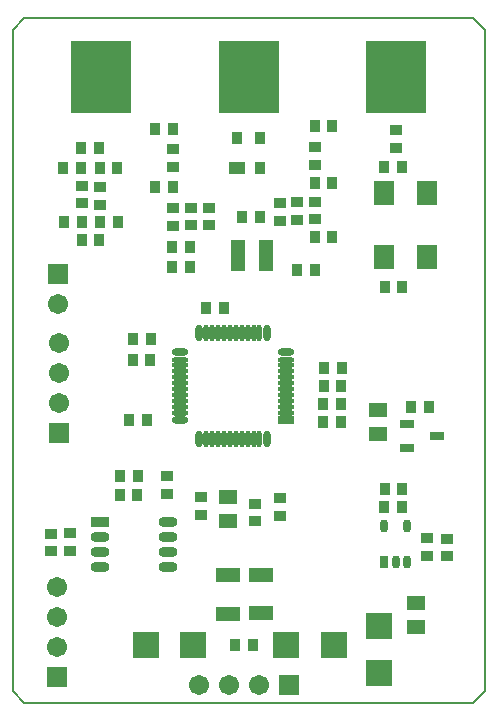
<source format=gts>
%FSLAX25Y25*%
%MOIN*%
G70*
G01*
G75*
G04 Layer_Color=8388736*
%ADD10R,0.05118X0.03937*%
%ADD11R,0.02756X0.03347*%
%ADD12R,0.04331X0.01700*%
%ADD13R,0.03347X0.02756*%
%ADD14R,0.03937X0.02362*%
%ADD15O,0.00984X0.04724*%
%ADD16O,0.04724X0.00984*%
%ADD17O,0.04724X0.01772*%
%ADD18O,0.01772X0.04724*%
%ADD19R,0.04724X0.01772*%
%ADD20R,0.06299X0.07087*%
%ADD21O,0.01969X0.03543*%
%ADD22R,0.01969X0.03543*%
%ADD23O,0.01969X0.03543*%
%ADD24R,0.07874X0.07874*%
%ADD25R,0.07874X0.07874*%
%ADD26R,0.07087X0.03937*%
%ADD27O,0.05500X0.02500*%
%ADD28R,0.05500X0.02500*%
%ADD29R,0.04724X0.03543*%
%ADD30R,0.02756X0.03543*%
%ADD31C,0.04000*%
%ADD32C,0.00800*%
%ADD33C,0.01500*%
%ADD34C,0.01000*%
%ADD35C,0.03000*%
%ADD36C,0.01200*%
%ADD37C,0.02000*%
%ADD38C,0.00500*%
%ADD39R,0.19685X0.23622*%
%ADD40C,0.05906*%
%ADD41R,0.05906X0.05906*%
%ADD42R,0.05906X0.05906*%
%ADD43C,0.02000*%
%ADD44C,0.03000*%
%ADD45C,0.00787*%
%ADD46R,0.05918X0.04737*%
%ADD47R,0.03556X0.04147*%
%ADD48R,0.05131X0.02500*%
%ADD49R,0.04147X0.03556*%
%ADD50R,0.04737X0.03162*%
%ADD51O,0.01784X0.05524*%
%ADD52O,0.05524X0.01784*%
%ADD53O,0.05524X0.02572*%
%ADD54O,0.02572X0.05524*%
%ADD55R,0.05524X0.02572*%
%ADD56R,0.07099X0.07887*%
%ADD57O,0.02769X0.04343*%
%ADD58R,0.02769X0.04343*%
%ADD59O,0.02769X0.04343*%
%ADD60R,0.08674X0.08674*%
%ADD61R,0.08674X0.08674*%
%ADD62R,0.07887X0.04737*%
%ADD63O,0.06300X0.03300*%
%ADD64R,0.06300X0.03300*%
%ADD65R,0.05524X0.04343*%
%ADD66R,0.03556X0.04343*%
%ADD67R,0.20485X0.24422*%
%ADD68C,0.06706*%
%ADD69R,0.06706X0.06706*%
%ADD70R,0.06706X0.06706*%
D38*
X251306Y-267900D02*
X255243Y-263963D01*
Y-43490D01*
X251306Y-39553D02*
X255243Y-43490D01*
X101700Y-39553D02*
X133800D01*
X133196D02*
X184000D01*
X182409D02*
X233600D01*
X231621D02*
X251306D01*
X97763Y-43490D02*
X101700Y-39553D01*
X97763Y-263963D02*
Y-43490D01*
Y-263963D02*
X101700Y-267900D01*
X251306D01*
X101700D02*
X251306D01*
X97763Y-263963D02*
X101700Y-267900D01*
X97763Y-263963D02*
Y-43490D01*
X101700Y-39553D01*
X231621D02*
X251306D01*
X182409D02*
X233600D01*
X133196D02*
X184000D01*
X101700D02*
X133800D01*
X251306D02*
X255243Y-43490D01*
Y-263963D02*
Y-43490D01*
X251306Y-267900D02*
X255243Y-263963D01*
D46*
X219400Y-170200D02*
D03*
Y-178074D02*
D03*
X232200Y-234626D02*
D03*
Y-242500D02*
D03*
X169500Y-207100D02*
D03*
Y-199226D02*
D03*
D47*
X227606Y-89200D02*
D03*
X221700D02*
D03*
X198500Y-123700D02*
D03*
X192595D02*
D03*
X198400Y-112600D02*
D03*
X204306D02*
D03*
X198400Y-94500D02*
D03*
X204306D02*
D03*
X198400Y-75600D02*
D03*
X204306D02*
D03*
X201294Y-174100D02*
D03*
X207200D02*
D03*
X201594Y-156200D02*
D03*
X207500D02*
D03*
X142506Y-173500D02*
D03*
X136600D02*
D03*
X180105Y-105800D02*
D03*
X174200D02*
D03*
X201395Y-162200D02*
D03*
X207300D02*
D03*
X207200Y-168100D02*
D03*
X201294D02*
D03*
X168100Y-136100D02*
D03*
X162195D02*
D03*
X126800Y-89635D02*
D03*
X132705D02*
D03*
X132905Y-107600D02*
D03*
X127000D02*
D03*
X126706Y-113600D02*
D03*
X120800D02*
D03*
X120700Y-83035D02*
D03*
X126605D02*
D03*
X114894Y-107400D02*
D03*
X120800D02*
D03*
X120600Y-89535D02*
D03*
X114694D02*
D03*
X151000Y-122635D02*
D03*
X156905D02*
D03*
X145294Y-76435D02*
D03*
X151200D02*
D03*
X145294Y-95735D02*
D03*
X151200D02*
D03*
X156905Y-115735D02*
D03*
X151000D02*
D03*
X227706Y-129200D02*
D03*
X221800D02*
D03*
X221795Y-196700D02*
D03*
X227700D02*
D03*
X227606Y-202700D02*
D03*
X221700D02*
D03*
X177800Y-248500D02*
D03*
X171895D02*
D03*
X133500Y-192100D02*
D03*
X139406D02*
D03*
X133400Y-198500D02*
D03*
X139305D02*
D03*
X236631Y-169100D02*
D03*
X230726D02*
D03*
X143806Y-146400D02*
D03*
X137900D02*
D03*
X143705Y-153400D02*
D03*
X137800D02*
D03*
D48*
X172774Y-114761D02*
D03*
Y-117321D02*
D03*
Y-119900D02*
D03*
Y-122500D02*
D03*
X182100D02*
D03*
Y-119900D02*
D03*
Y-117321D02*
D03*
Y-114761D02*
D03*
D49*
X163206Y-108705D02*
D03*
Y-102800D02*
D03*
X198400Y-100800D02*
D03*
Y-106705D02*
D03*
Y-82600D02*
D03*
Y-88506D02*
D03*
X192500Y-100900D02*
D03*
Y-106806D02*
D03*
X186800Y-107100D02*
D03*
Y-101195D02*
D03*
X127000Y-101835D02*
D03*
Y-95929D02*
D03*
X120800Y-101335D02*
D03*
Y-95429D02*
D03*
X157300Y-102800D02*
D03*
Y-108705D02*
D03*
X151100Y-83235D02*
D03*
Y-89140D02*
D03*
Y-102835D02*
D03*
Y-108740D02*
D03*
X225600Y-76894D02*
D03*
Y-82800D02*
D03*
X242400Y-219005D02*
D03*
Y-213100D02*
D03*
X235900Y-212995D02*
D03*
Y-218900D02*
D03*
X187000Y-199495D02*
D03*
Y-205400D02*
D03*
X110700Y-217300D02*
D03*
Y-211395D02*
D03*
X117000Y-217100D02*
D03*
Y-211194D02*
D03*
X149300Y-198205D02*
D03*
Y-192300D02*
D03*
X160500Y-205205D02*
D03*
Y-199300D02*
D03*
X178523Y-201395D02*
D03*
Y-207300D02*
D03*
D50*
X229232Y-175000D02*
D03*
X239074Y-178937D02*
D03*
X229232Y-182874D02*
D03*
D51*
X176105Y-144525D02*
D03*
X168231D02*
D03*
X174136D02*
D03*
X170199D02*
D03*
X172168D02*
D03*
X164294D02*
D03*
X170199Y-179958D02*
D03*
X162325D02*
D03*
X178073Y-144525D02*
D03*
X166262D02*
D03*
X164294Y-179958D02*
D03*
X166262D02*
D03*
X168231D02*
D03*
X172168D02*
D03*
X174136D02*
D03*
X176105D02*
D03*
X178073D02*
D03*
X180042D02*
D03*
Y-144525D02*
D03*
X162325D02*
D03*
D52*
X188900Y-155352D02*
D03*
Y-165194D02*
D03*
Y-159289D02*
D03*
Y-153383D02*
D03*
Y-163226D02*
D03*
Y-169132D02*
D03*
X153467Y-161258D02*
D03*
Y-157320D02*
D03*
Y-155352D02*
D03*
X188900Y-171100D02*
D03*
X153467D02*
D03*
X188900Y-161258D02*
D03*
Y-167163D02*
D03*
X153467Y-153383D02*
D03*
Y-163226D02*
D03*
Y-167163D02*
D03*
Y-165194D02*
D03*
Y-159289D02*
D03*
X153467Y-169132D02*
D03*
X188900Y-157320D02*
D03*
D53*
Y-151021D02*
D03*
X153467D02*
D03*
Y-173462D02*
D03*
D54*
X182404Y-144525D02*
D03*
X159963Y-179958D02*
D03*
X182404D02*
D03*
X159963Y-144525D02*
D03*
D55*
X188900Y-173462D02*
D03*
D56*
X235900Y-97940D02*
D03*
Y-119200D02*
D03*
X221727Y-97940D02*
D03*
Y-119200D02*
D03*
D57*
X229180Y-208989D02*
D03*
X225440Y-220800D02*
D03*
X229180D02*
D03*
D58*
X221700D02*
D03*
D59*
Y-208989D02*
D03*
D60*
X219900Y-242252D02*
D03*
Y-258000D02*
D03*
D61*
X189052Y-248500D02*
D03*
X204800D02*
D03*
X158048D02*
D03*
X142300D02*
D03*
D62*
X180500Y-237900D02*
D03*
Y-225105D02*
D03*
X169600Y-238100D02*
D03*
Y-225305D02*
D03*
D63*
X149538Y-217400D02*
D03*
Y-207400D02*
D03*
Y-222400D02*
D03*
X126900Y-217400D02*
D03*
Y-222400D02*
D03*
X149538Y-212400D02*
D03*
X126900D02*
D03*
D64*
Y-207400D02*
D03*
D65*
X172500Y-89400D02*
D03*
D66*
X180374D02*
D03*
Y-79558D02*
D03*
X172500D02*
D03*
D67*
X225700Y-59200D02*
D03*
X176500D02*
D03*
X127300D02*
D03*
D68*
X112600Y-229300D02*
D03*
Y-239300D02*
D03*
Y-249300D02*
D03*
X113300Y-167800D02*
D03*
Y-157800D02*
D03*
Y-147800D02*
D03*
X180000Y-262000D02*
D03*
X170000D02*
D03*
X160000D02*
D03*
X112900Y-134800D02*
D03*
D69*
X112600Y-259300D02*
D03*
X113300Y-177800D02*
D03*
X112900Y-124800D02*
D03*
D70*
X190000Y-262000D02*
D03*
M02*

</source>
